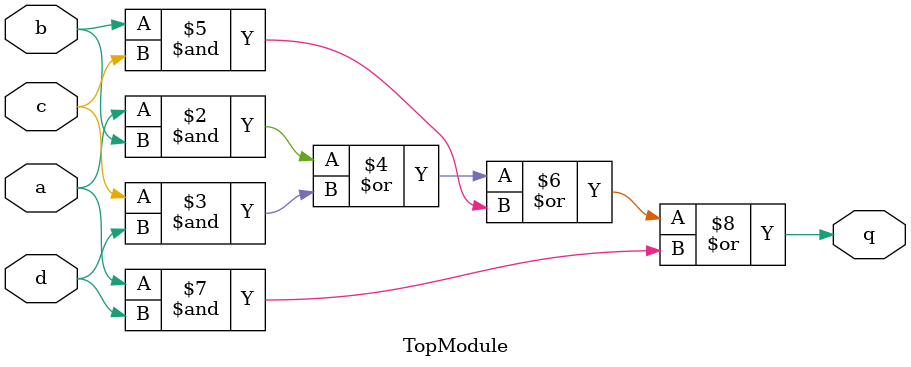
<source format=sv>
module TopModule (
    input logic a,
    input logic b,
    input logic c,
    input logic d,
    output logic q
);

always @(*) begin
    q = (a & b) | (c & d) | (b & c) | (a & d);
end

endmodule
</source>
